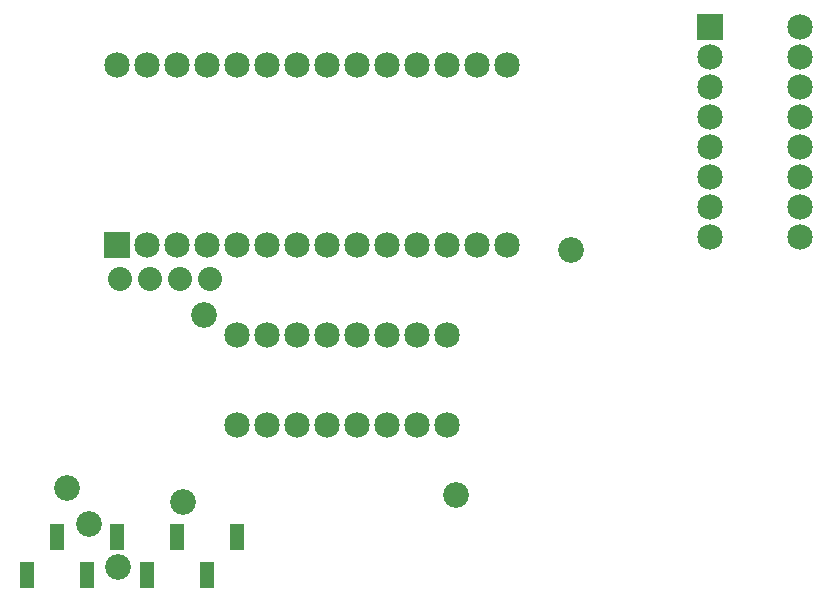
<source format=gts>
G04 MADE WITH FRITZING*
G04 WWW.FRITZING.ORG*
G04 DOUBLE SIDED*
G04 HOLES PLATED*
G04 CONTOUR ON CENTER OF CONTOUR VECTOR*
%ASAXBY*%
%FSLAX23Y23*%
%MOIN*%
%OFA0B0*%
%SFA1.0B1.0*%
%ADD10C,0.085000*%
%ADD11C,0.080000*%
%ADD12C,0.085433*%
%ADD13R,0.049370X0.088740*%
%ADD14R,0.085000X0.085000*%
%ADD15C,0.030000*%
%LNMASK1*%
G90*
G70*
G54D10*
X634Y1328D03*
X634Y1928D03*
X734Y1328D03*
X734Y1928D03*
X834Y1328D03*
X834Y1928D03*
X934Y1328D03*
X934Y1928D03*
X1034Y1328D03*
X1034Y1928D03*
X1134Y1328D03*
X1134Y1928D03*
X1234Y1328D03*
X1234Y1928D03*
X1334Y1328D03*
X1334Y1928D03*
X1434Y1328D03*
X1434Y1928D03*
X1534Y1328D03*
X1534Y1928D03*
X1634Y1328D03*
X1634Y1928D03*
X1734Y1328D03*
X1734Y1928D03*
X1834Y1328D03*
X1834Y1928D03*
X1934Y1328D03*
X1934Y1928D03*
X1734Y1028D03*
X1734Y728D03*
X1634Y1028D03*
X1634Y728D03*
X1534Y1028D03*
X1534Y728D03*
X1434Y1028D03*
X1434Y728D03*
X1334Y1028D03*
X1334Y728D03*
X1234Y1028D03*
X1234Y728D03*
X1134Y1028D03*
X1134Y728D03*
X1034Y1028D03*
X1034Y728D03*
X2610Y2057D03*
X2910Y2057D03*
X2610Y1957D03*
X2910Y1957D03*
X2610Y1857D03*
X2910Y1857D03*
X2610Y1757D03*
X2910Y1757D03*
X2610Y1657D03*
X2910Y1657D03*
X2610Y1557D03*
X2910Y1557D03*
X2610Y1457D03*
X2910Y1457D03*
X2610Y1357D03*
X2910Y1357D03*
G54D11*
X742Y1217D03*
X642Y1217D03*
X942Y1217D03*
X842Y1217D03*
G54D12*
X1764Y496D03*
X924Y1096D03*
X852Y472D03*
X468Y520D03*
X2148Y1312D03*
X540Y400D03*
X636Y256D03*
G54D13*
X934Y228D03*
X734Y228D03*
X534Y228D03*
X334Y228D03*
X1034Y357D03*
X834Y357D03*
X634Y357D03*
X434Y357D03*
G54D14*
X634Y1328D03*
X2610Y2057D03*
G54D15*
G36*
X1761Y1000D02*
X1706Y1000D01*
X1706Y1055D01*
X1761Y1055D01*
X1761Y1000D01*
G37*
D02*
G04 End of Mask1*
M02*
</source>
